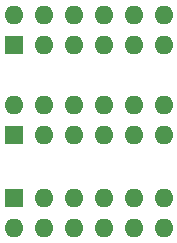
<source format=gts>
G04 #@! TF.GenerationSoftware,KiCad,Pcbnew,7.0.1*
G04 #@! TF.CreationDate,2023-03-21T03:45:51+09:00*
G04 #@! TF.ProjectId,Pmod_Debug,506d6f64-5f44-4656-9275-672e6b696361,rev?*
G04 #@! TF.SameCoordinates,Original*
G04 #@! TF.FileFunction,Soldermask,Top*
G04 #@! TF.FilePolarity,Negative*
%FSLAX46Y46*%
G04 Gerber Fmt 4.6, Leading zero omitted, Abs format (unit mm)*
G04 Created by KiCad (PCBNEW 7.0.1) date 2023-03-21 03:45:51*
%MOMM*%
%LPD*%
G01*
G04 APERTURE LIST*
%ADD10R,1.600000X1.600000*%
%ADD11O,1.600000X1.600000*%
G04 APERTURE END LIST*
D10*
G04 #@! TO.C,J1*
X5080000Y-34490000D03*
D11*
X7620000Y-34490000D03*
X10160000Y-34490000D03*
X12700000Y-34490000D03*
X15240000Y-34490000D03*
X17780000Y-34490000D03*
X5080000Y-37030000D03*
X7620000Y-37030000D03*
X10160000Y-37030000D03*
X12700000Y-37030000D03*
X15240000Y-37030000D03*
X17780000Y-37030000D03*
G04 #@! TD*
D10*
G04 #@! TO.C,J2*
X5080000Y-29210000D03*
D11*
X7620000Y-29210000D03*
X10160000Y-29210000D03*
X12700000Y-29210000D03*
X15240000Y-29210000D03*
X17780000Y-29210000D03*
X5080000Y-26670000D03*
X7620000Y-26670000D03*
X10160000Y-26670000D03*
X12700000Y-26670000D03*
X15240000Y-26670000D03*
X17780000Y-26670000D03*
G04 #@! TD*
D10*
G04 #@! TO.C,J3*
X5080000Y-21590000D03*
D11*
X7620000Y-21590000D03*
X10160000Y-21590000D03*
X12700000Y-21590000D03*
X15240000Y-21590000D03*
X17780000Y-21590000D03*
X5080000Y-19050000D03*
X7620000Y-19050000D03*
X10160000Y-19050000D03*
X12700000Y-19050000D03*
X15240000Y-19050000D03*
X17780000Y-19050000D03*
G04 #@! TD*
M02*

</source>
